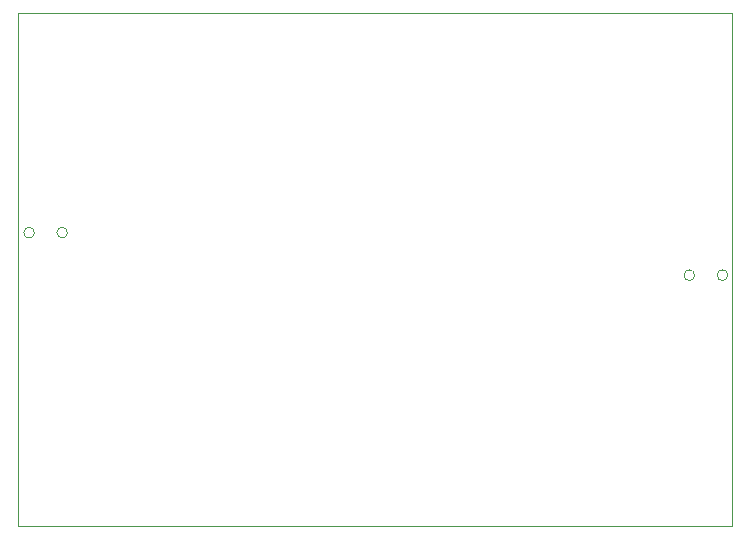
<source format=gbr>
G04 #@! TF.GenerationSoftware,KiCad,Pcbnew,(6.0.11)*
G04 #@! TF.CreationDate,2023-11-25T18:09:57+08:00*
G04 #@! TF.ProjectId,F1c200s_XhtCore,46316332-3030-4735-9f58-6874436f7265,rev?*
G04 #@! TF.SameCoordinates,Original*
G04 #@! TF.FileFunction,Profile,NP*
%FSLAX46Y46*%
G04 Gerber Fmt 4.6, Leading zero omitted, Abs format (unit mm)*
G04 Created by KiCad (PCBNEW (6.0.11)) date 2023-11-25 18:09:57*
%MOMM*%
%LPD*%
G01*
G04 APERTURE LIST*
G04 #@! TA.AperFunction,Profile*
%ADD10C,0.100000*%
G04 #@! TD*
G04 #@! TA.AperFunction,Profile*
%ADD11C,0.005080*%
G04 #@! TD*
G04 APERTURE END LIST*
D10*
X175500000Y-72000000D02*
X175500000Y-115400000D01*
X175500000Y-115400000D02*
X115100000Y-115400000D01*
X115100000Y-72000000D02*
X175500000Y-72000000D01*
X115100000Y-115400000D02*
X115100000Y-72000000D01*
D11*
G04 #@! TO.C,SW2*
X116450091Y-90600127D02*
G75*
G03*
X116450091Y-90600127I-450012J0D01*
G01*
X119250187Y-90600127D02*
G75*
G03*
X119250187Y-90600127I-450012J0D01*
G01*
G04 #@! TO.C,SW1*
X172349837Y-94199873D02*
G75*
G03*
X172349837Y-94199873I-450012J0D01*
G01*
X175149933Y-94199873D02*
G75*
G03*
X175149933Y-94199873I-450012J0D01*
G01*
G04 #@! TD*
M02*

</source>
